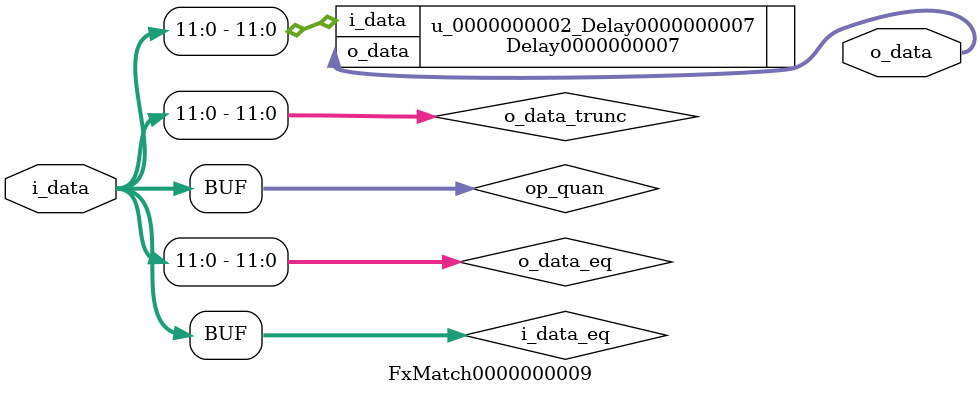
<source format=v>
 module FxMatch0000000009 (
     i_data, o_data
 );
 input wire [14-1:0] i_data;     // Input data
 output wire [12-1:0] o_data;   // Output data
 //
 wire [14-1:0] i_data_eq;
 assign i_data_eq = i_data;
 wire [12-1:0] o_data_eq;
 // Quantization Stage
 // Perfect LSB match
 wire [14-1:0] op_quan; // Quantization output
 assign op_quan = i_data_eq;
 // Overflow Stage
 // Overflow protection
 assign o_data_eq = op_quan[12-1:0];
 wire [12-1:0] o_data_trunc;
 assign o_data_trunc = o_data_eq;
Delay0000000007  u_0000000002_Delay0000000007(.i_data(o_data_trunc), .o_data(o_data));
 endmodule

</source>
